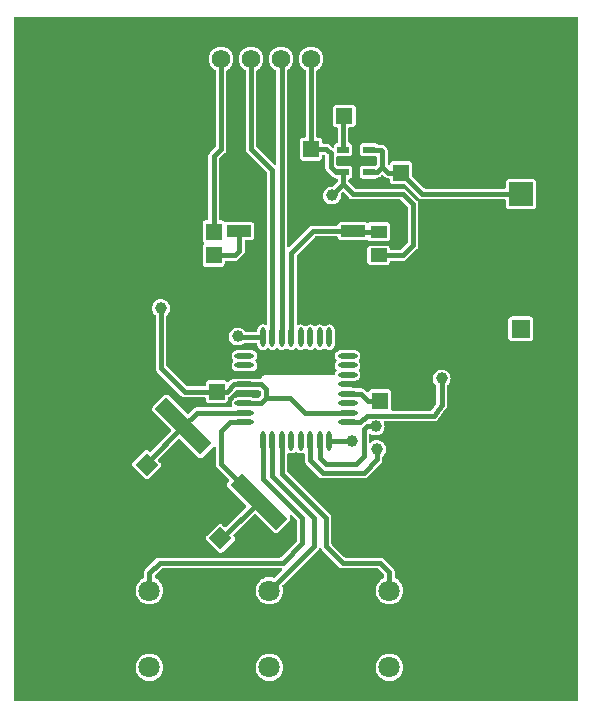
<source format=gtl>
G04 Layer: TopLayer*
G04 EasyEDA v6.5.34, 2023-09-04 11:54:11*
G04 81153b16d9204a1fb18c57ec6b78e56b,7e63b50fb6014f29bd7207b67e5f40bc,10*
G04 Gerber Generator version 0.2*
G04 Scale: 100 percent, Rotated: No, Reflected: No *
G04 Dimensions in millimeters *
G04 leading zeros omitted , absolute positions ,4 integer and 5 decimal *
%FSLAX45Y45*%
%MOMM*%

%AMMACRO1*21,1,$1,$2,0,0,$3*%
%ADD10C,0.4000*%
%ADD11MACRO1,1.35X1.41X0.0000*%
%ADD12R,1.3500X1.4100*%
%ADD13MACRO1,1.35X1.41X-90.0000*%
%ADD14R,1.0000X0.6000*%
%ADD15MACRO1,1.35X1.41X-135.0000*%
%ADD16MACRO1,1.35X1.41X45.0000*%
%ADD17R,2.0000X1.0000*%
%ADD18MACRO1,1.377X1.1325X0.0000*%
%ADD19R,1.3770X1.1325*%
%ADD20O,0.4500118X1.6500094*%
%ADD21O,1.6500094X0.4500118*%
%ADD22MACRO1,5.5X1.4X-44.9998*%
%ADD23C,6.5000*%
%ADD24C,1.5748*%
%ADD25R,1.5748X1.5748*%
%ADD26C,1.8000*%
%ADD27R,2.0000X2.0000*%
%ADD28C,2.0000*%
%ADD29C,1.0000*%
%ADD30C,0.0127*%

%LPD*%
G36*
X4792218Y24434D02*
G01*
X38354Y25908D01*
X34493Y26670D01*
X31191Y28854D01*
X28956Y32156D01*
X28194Y36068D01*
X28194Y5804408D01*
X28956Y5808319D01*
X31191Y5811621D01*
X34493Y5813806D01*
X38354Y5814568D01*
X4792218Y5814568D01*
X4796078Y5813806D01*
X4799380Y5811621D01*
X4801616Y5808319D01*
X4802378Y5804408D01*
X4802378Y34594D01*
X4801616Y30683D01*
X4799380Y27381D01*
X4796078Y25196D01*
G37*

%LPC*%
G36*
X1174242Y192481D02*
G01*
X1188770Y193395D01*
X1203045Y196138D01*
X1216914Y200609D01*
X1230071Y206806D01*
X1242364Y214629D01*
X1253591Y223875D01*
X1263548Y234492D01*
X1272082Y246278D01*
X1279093Y259029D01*
X1284478Y272542D01*
X1288084Y286664D01*
X1289913Y301091D01*
X1289913Y315671D01*
X1288084Y330098D01*
X1284478Y344170D01*
X1279093Y357733D01*
X1272082Y370484D01*
X1263548Y382219D01*
X1253591Y392836D01*
X1242364Y402132D01*
X1230071Y409905D01*
X1216914Y416102D01*
X1203045Y420624D01*
X1188770Y423367D01*
X1174242Y424281D01*
X1159713Y423367D01*
X1145438Y420624D01*
X1131570Y416102D01*
X1118412Y409905D01*
X1106119Y402132D01*
X1094943Y392836D01*
X1084935Y382219D01*
X1076401Y370484D01*
X1069390Y357733D01*
X1064056Y344170D01*
X1060399Y330098D01*
X1058570Y315671D01*
X1058570Y301091D01*
X1060399Y286664D01*
X1064056Y272542D01*
X1069390Y259029D01*
X1076401Y246278D01*
X1084935Y234492D01*
X1094943Y223875D01*
X1106119Y214629D01*
X1118412Y206806D01*
X1131570Y200609D01*
X1145438Y196138D01*
X1159713Y193395D01*
G37*
G36*
X2190242Y192481D02*
G01*
X2204770Y193395D01*
X2219045Y196138D01*
X2232914Y200609D01*
X2246071Y206806D01*
X2258364Y214629D01*
X2269591Y223875D01*
X2279548Y234492D01*
X2288082Y246278D01*
X2295093Y259029D01*
X2300478Y272542D01*
X2304084Y286664D01*
X2305913Y301091D01*
X2305913Y315671D01*
X2304084Y330098D01*
X2300478Y344170D01*
X2295093Y357733D01*
X2288082Y370484D01*
X2279548Y382219D01*
X2269591Y392836D01*
X2258364Y402132D01*
X2246071Y409905D01*
X2232914Y416102D01*
X2219045Y420624D01*
X2204770Y423367D01*
X2190242Y424281D01*
X2175713Y423367D01*
X2161438Y420624D01*
X2147570Y416102D01*
X2134412Y409905D01*
X2122119Y402132D01*
X2110892Y392836D01*
X2100935Y382219D01*
X2092401Y370484D01*
X2085390Y357733D01*
X2080006Y344170D01*
X2076399Y330098D01*
X2074570Y315671D01*
X2074570Y301091D01*
X2076399Y286664D01*
X2080006Y272542D01*
X2085390Y259029D01*
X2092401Y246278D01*
X2100935Y234492D01*
X2110892Y223875D01*
X2122119Y214629D01*
X2134412Y206806D01*
X2147570Y200609D01*
X2161438Y196138D01*
X2175713Y193395D01*
G37*
G36*
X3206242Y192481D02*
G01*
X3220770Y193395D01*
X3235045Y196138D01*
X3248914Y200609D01*
X3262071Y206806D01*
X3274364Y214629D01*
X3285591Y223875D01*
X3295548Y234492D01*
X3304082Y246278D01*
X3311093Y259029D01*
X3316478Y272542D01*
X3320084Y286664D01*
X3321913Y301091D01*
X3321913Y315671D01*
X3320084Y330098D01*
X3316478Y344170D01*
X3311093Y357733D01*
X3304082Y370484D01*
X3295548Y382219D01*
X3285591Y392836D01*
X3274364Y402132D01*
X3262071Y409905D01*
X3248914Y416102D01*
X3235045Y420624D01*
X3220770Y423367D01*
X3206242Y424281D01*
X3191713Y423367D01*
X3177438Y420624D01*
X3163570Y416102D01*
X3150412Y409905D01*
X3138119Y402132D01*
X3126892Y392836D01*
X3116935Y382219D01*
X3108401Y370484D01*
X3101390Y357733D01*
X3096006Y344170D01*
X3092399Y330098D01*
X3090570Y315671D01*
X3090570Y301091D01*
X3092399Y286664D01*
X3096006Y272542D01*
X3101390Y259029D01*
X3108401Y246278D01*
X3116935Y234492D01*
X3126892Y223875D01*
X3138119Y214629D01*
X3150412Y206806D01*
X3163570Y200609D01*
X3177438Y196138D01*
X3191713Y193395D01*
G37*
G36*
X1174242Y842721D02*
G01*
X1188770Y843635D01*
X1203045Y846378D01*
X1216914Y850849D01*
X1230071Y857046D01*
X1242364Y864869D01*
X1253591Y874115D01*
X1263548Y884732D01*
X1272082Y896518D01*
X1279093Y909269D01*
X1284478Y922782D01*
X1288084Y936904D01*
X1289913Y951331D01*
X1289913Y965911D01*
X1288084Y980338D01*
X1284478Y994410D01*
X1279093Y1007973D01*
X1272082Y1020724D01*
X1263548Y1032459D01*
X1253591Y1043076D01*
X1242364Y1052372D01*
X1230071Y1060145D01*
X1226007Y1062075D01*
X1222908Y1064310D01*
X1220876Y1067562D01*
X1220165Y1071270D01*
X1220165Y1083716D01*
X1220927Y1087628D01*
X1223111Y1090879D01*
X1275638Y1143406D01*
X1278940Y1145590D01*
X1282801Y1146403D01*
X2288540Y1146403D01*
X2292451Y1145590D01*
X2295753Y1143406D01*
X2297938Y1140104D01*
X2298700Y1136243D01*
X2297938Y1132332D01*
X2295753Y1129030D01*
X2237435Y1070711D01*
X2234387Y1068628D01*
X2230780Y1067765D01*
X2227122Y1068222D01*
X2219045Y1070864D01*
X2204770Y1073607D01*
X2190242Y1074521D01*
X2175713Y1073607D01*
X2161438Y1070864D01*
X2147570Y1066342D01*
X2134412Y1060145D01*
X2122119Y1052372D01*
X2110892Y1043076D01*
X2100935Y1032459D01*
X2092401Y1020724D01*
X2085390Y1007973D01*
X2080006Y994410D01*
X2076399Y980338D01*
X2074570Y965911D01*
X2074570Y951331D01*
X2076399Y936904D01*
X2080006Y922782D01*
X2085390Y909269D01*
X2092401Y896518D01*
X2100935Y884732D01*
X2110892Y874115D01*
X2122119Y864869D01*
X2134412Y857046D01*
X2147570Y850849D01*
X2161438Y846378D01*
X2175713Y843635D01*
X2190242Y842721D01*
X2204770Y843635D01*
X2219045Y846378D01*
X2232914Y850849D01*
X2246071Y857046D01*
X2258364Y864869D01*
X2269591Y874115D01*
X2279548Y884732D01*
X2288082Y896518D01*
X2295093Y909269D01*
X2300478Y922782D01*
X2304084Y936904D01*
X2305913Y951331D01*
X2305913Y965911D01*
X2304084Y980338D01*
X2300224Y995019D01*
X2299512Y998880D01*
X2300325Y1002690D01*
X2302510Y1005941D01*
X2601366Y1304899D01*
X2606700Y1311910D01*
X2608427Y1315364D01*
X2610815Y1318514D01*
X2614269Y1320495D01*
X2618232Y1321003D01*
X2622042Y1319936D01*
X2625191Y1317498D01*
X2631440Y1306068D01*
X2637180Y1299210D01*
X2777794Y1158595D01*
X2784856Y1153312D01*
X2792425Y1149502D01*
X2800553Y1147216D01*
X2809443Y1146403D01*
X3103270Y1146403D01*
X3107182Y1145590D01*
X3110433Y1143406D01*
X3157372Y1096518D01*
X3159556Y1093216D01*
X3160318Y1089304D01*
X3160318Y1071270D01*
X3159607Y1067562D01*
X3157575Y1064310D01*
X3154476Y1062075D01*
X3150412Y1060145D01*
X3138119Y1052372D01*
X3126892Y1043076D01*
X3116935Y1032459D01*
X3108401Y1020724D01*
X3101390Y1007973D01*
X3096006Y994410D01*
X3092399Y980338D01*
X3090570Y965911D01*
X3090570Y951331D01*
X3092399Y936904D01*
X3096006Y922782D01*
X3101390Y909269D01*
X3108401Y896518D01*
X3116935Y884732D01*
X3126892Y874115D01*
X3138119Y864869D01*
X3150412Y857046D01*
X3163570Y850849D01*
X3177438Y846378D01*
X3191713Y843635D01*
X3206242Y842721D01*
X3220770Y843635D01*
X3235045Y846378D01*
X3248914Y850849D01*
X3262071Y857046D01*
X3274364Y864869D01*
X3285591Y874115D01*
X3295548Y884732D01*
X3304082Y896518D01*
X3311093Y909269D01*
X3316478Y922782D01*
X3320084Y936904D01*
X3321913Y951331D01*
X3321913Y965911D01*
X3320084Y980338D01*
X3316478Y994410D01*
X3311093Y1007973D01*
X3304082Y1020724D01*
X3295548Y1032459D01*
X3285591Y1043076D01*
X3274364Y1052372D01*
X3262071Y1060145D01*
X3258007Y1062075D01*
X3254908Y1064310D01*
X3252876Y1067562D01*
X3252165Y1071270D01*
X3252114Y1114298D01*
X3250895Y1123035D01*
X3248202Y1131062D01*
X3244088Y1138478D01*
X3238347Y1145336D01*
X3157677Y1225956D01*
X3150616Y1231290D01*
X3143046Y1235049D01*
X3134918Y1237386D01*
X3126028Y1238199D01*
X2832201Y1238199D01*
X2828340Y1238961D01*
X2825038Y1241196D01*
X2718155Y1348028D01*
X2715971Y1351330D01*
X2715209Y1355242D01*
X2715158Y1575054D01*
X2713939Y1583791D01*
X2711246Y1591818D01*
X2707132Y1599234D01*
X2701442Y1606092D01*
X2344267Y1963216D01*
X2342083Y1966518D01*
X2341321Y1970430D01*
X2341321Y2114042D01*
X2342083Y2117852D01*
X2344216Y2121154D01*
X2347468Y2123338D01*
X2351278Y2124202D01*
X2355138Y2123490D01*
X2362047Y2120798D01*
X2370836Y2119172D01*
X2379726Y2119172D01*
X2388514Y2120798D01*
X2396845Y2124049D01*
X2404414Y2128723D01*
X2408428Y2132380D01*
X2411628Y2134362D01*
X2415286Y2135073D01*
X2418943Y2134362D01*
X2422144Y2132380D01*
X2426157Y2128723D01*
X2433726Y2124049D01*
X2442057Y2120798D01*
X2450846Y2119172D01*
X2459736Y2119172D01*
X2468524Y2120798D01*
X2475534Y2123541D01*
X2479395Y2124202D01*
X2483256Y2123389D01*
X2486456Y2121204D01*
X2488641Y2117902D01*
X2489403Y2114092D01*
X2489403Y2061159D01*
X2490622Y2052421D01*
X2493314Y2044395D01*
X2497429Y2036978D01*
X2503170Y2030120D01*
X2612694Y1920595D01*
X2619756Y1915312D01*
X2627325Y1911502D01*
X2635453Y1909216D01*
X2644343Y1908403D01*
X2988564Y1908454D01*
X2997301Y1909622D01*
X3005328Y1912315D01*
X3012694Y1916480D01*
X3019602Y1922170D01*
X3134766Y2037435D01*
X3140100Y2044446D01*
X3143859Y2052015D01*
X3146196Y2060143D01*
X3147009Y2069084D01*
X3147009Y2092553D01*
X3147872Y2096668D01*
X3150412Y2100122D01*
X3155746Y2104898D01*
X3163163Y2113838D01*
X3169107Y2123846D01*
X3173425Y2134616D01*
X3176066Y2145893D01*
X3176981Y2157476D01*
X3176066Y2169109D01*
X3173425Y2180386D01*
X3169107Y2191156D01*
X3163163Y2201164D01*
X3155746Y2210104D01*
X3147060Y2217826D01*
X3137357Y2224176D01*
X3126740Y2228900D01*
X3115513Y2231999D01*
X3103981Y2233320D01*
X3092399Y2232863D01*
X3080969Y2230678D01*
X3070047Y2226716D01*
X3059836Y2221179D01*
X3050184Y2213711D01*
X3046882Y2211425D01*
X3042970Y2210612D01*
X3039059Y2211324D01*
X3035706Y2213508D01*
X3033471Y2216861D01*
X3032709Y2220772D01*
X3032709Y2275078D01*
X3033572Y2279142D01*
X3036011Y2282545D01*
X3039567Y2284679D01*
X3043732Y2285187D01*
X3047695Y2284018D01*
X3057347Y2278786D01*
X3068269Y2274824D01*
X3079699Y2272639D01*
X3091281Y2272182D01*
X3102813Y2273503D01*
X3114040Y2276602D01*
X3124657Y2281326D01*
X3134360Y2287676D01*
X3143046Y2295398D01*
X3150463Y2304338D01*
X3156407Y2314346D01*
X3160725Y2325116D01*
X3163366Y2336393D01*
X3164281Y2347976D01*
X3163366Y2359609D01*
X3160725Y2370886D01*
X3158236Y2377033D01*
X3157524Y2380894D01*
X3158337Y2384755D01*
X3160522Y2388057D01*
X3163824Y2390241D01*
X3167684Y2391003D01*
X3583635Y2391003D01*
X3593337Y2392070D01*
X3601415Y2394559D01*
X3608882Y2398572D01*
X3615486Y2403856D01*
X3621328Y2410612D01*
X3686149Y2501493D01*
X3688892Y2506573D01*
X3689959Y2509062D01*
X3691686Y2514549D01*
X3692296Y2517241D01*
X3693007Y2522931D01*
X3693109Y2689453D01*
X3693972Y2693568D01*
X3696512Y2697022D01*
X3701846Y2701798D01*
X3709263Y2710738D01*
X3715207Y2720746D01*
X3719525Y2731516D01*
X3722166Y2742793D01*
X3723081Y2754376D01*
X3722166Y2766009D01*
X3719525Y2777286D01*
X3715207Y2788056D01*
X3709263Y2798064D01*
X3701846Y2807004D01*
X3693160Y2814726D01*
X3683457Y2821076D01*
X3672840Y2825800D01*
X3661613Y2828899D01*
X3650081Y2830220D01*
X3638499Y2829763D01*
X3627069Y2827578D01*
X3616147Y2823616D01*
X3605936Y2818079D01*
X3596690Y2811068D01*
X3588664Y2802686D01*
X3581958Y2793187D01*
X3576828Y2782773D01*
X3573322Y2771698D01*
X3571544Y2760218D01*
X3571544Y2748584D01*
X3573322Y2737104D01*
X3576828Y2726029D01*
X3581958Y2715615D01*
X3588664Y2706116D01*
X3599434Y2695092D01*
X3600805Y2692298D01*
X3601313Y2689250D01*
X3601313Y2543759D01*
X3600805Y2540660D01*
X3599383Y2537866D01*
X3563112Y2487066D01*
X3560876Y2484780D01*
X3558032Y2483307D01*
X3554831Y2482799D01*
X3229813Y2482799D01*
X3225698Y2483662D01*
X3222244Y2486202D01*
X3220161Y2489860D01*
X3219704Y2494076D01*
X3219907Y2495550D01*
X3219907Y2635402D01*
X3219196Y2641752D01*
X3217265Y2647188D01*
X3214166Y2652115D01*
X3210102Y2656179D01*
X3205175Y2659278D01*
X3199739Y2661158D01*
X3193389Y2661869D01*
X3059531Y2661869D01*
X3053232Y2661158D01*
X3047746Y2659278D01*
X3042869Y2656179D01*
X3038754Y2652115D01*
X3035706Y2647188D01*
X3034741Y2644546D01*
X3032658Y2641041D01*
X3029356Y2638653D01*
X3025394Y2637739D01*
X3021380Y2638450D01*
X3017977Y2640685D01*
X2999486Y2659176D01*
X2992424Y2664460D01*
X2984855Y2668219D01*
X2976727Y2670556D01*
X2967837Y2671368D01*
X2928264Y2671368D01*
X2925470Y2671775D01*
X2921050Y2673045D01*
X2911703Y2673908D01*
X2896108Y2673908D01*
X2892196Y2674670D01*
X2888894Y2676855D01*
X2886710Y2680157D01*
X2885948Y2684068D01*
X2885948Y2726893D01*
X2886710Y2730804D01*
X2888894Y2734106D01*
X2892196Y2736291D01*
X2896108Y2737053D01*
X2911703Y2737053D01*
X2921050Y2737967D01*
X2929636Y2740406D01*
X2937611Y2744368D01*
X2944774Y2749753D01*
X2950768Y2756357D01*
X2955442Y2763926D01*
X2958693Y2772257D01*
X2960319Y2781046D01*
X2960319Y2789936D01*
X2958693Y2798724D01*
X2955442Y2807055D01*
X2950768Y2814624D01*
X2947111Y2818638D01*
X2945130Y2821838D01*
X2944469Y2825496D01*
X2945130Y2829153D01*
X2947111Y2832354D01*
X2950768Y2836316D01*
X2955442Y2843936D01*
X2958693Y2852267D01*
X2960319Y2861005D01*
X2960319Y2869946D01*
X2958693Y2878734D01*
X2955442Y2887065D01*
X2950768Y2894634D01*
X2947111Y2898648D01*
X2945130Y2901797D01*
X2944469Y2905506D01*
X2945130Y2909163D01*
X2947111Y2912313D01*
X2950768Y2916326D01*
X2955442Y2923946D01*
X2958693Y2932226D01*
X2960319Y2941015D01*
X2960319Y2949956D01*
X2958693Y2958744D01*
X2955442Y2967024D01*
X2950768Y2974644D01*
X2944774Y2981248D01*
X2937611Y2986582D01*
X2929636Y2990596D01*
X2921050Y2993034D01*
X2911703Y2993898D01*
X2792628Y2993898D01*
X2783281Y2993034D01*
X2774696Y2990596D01*
X2766720Y2986582D01*
X2759608Y2981248D01*
X2753563Y2974644D01*
X2748889Y2967024D01*
X2745638Y2958744D01*
X2744012Y2949956D01*
X2744012Y2941015D01*
X2745638Y2932226D01*
X2748889Y2923946D01*
X2753563Y2916326D01*
X2757220Y2912313D01*
X2759202Y2909163D01*
X2759862Y2905506D01*
X2759202Y2901797D01*
X2757220Y2898648D01*
X2753563Y2894634D01*
X2748889Y2887065D01*
X2745638Y2878734D01*
X2744012Y2869946D01*
X2744012Y2861005D01*
X2745638Y2852267D01*
X2748889Y2843936D01*
X2753563Y2836316D01*
X2757220Y2832354D01*
X2759202Y2829153D01*
X2759862Y2825496D01*
X2759202Y2821838D01*
X2757220Y2818638D01*
X2753563Y2814624D01*
X2748889Y2807055D01*
X2745638Y2798724D01*
X2743860Y2789072D01*
X2742641Y2785821D01*
X2740355Y2783128D01*
X2737307Y2781401D01*
X2733852Y2780792D01*
X2149398Y2780792D01*
X2143099Y2780080D01*
X2137613Y2778150D01*
X2132736Y2775102D01*
X2128621Y2770987D01*
X2125573Y2766110D01*
X2122525Y2756916D01*
X2120290Y2753969D01*
X2117140Y2752039D01*
X2113534Y2751378D01*
X2054453Y2751378D01*
X2051659Y2751785D01*
X2047290Y2753004D01*
X2037943Y2753918D01*
X1918868Y2753918D01*
X1909521Y2753004D01*
X1905152Y2751785D01*
X1902409Y2751378D01*
X1890420Y2751328D01*
X1881784Y2750159D01*
X1873757Y2747467D01*
X1866392Y2743352D01*
X1859483Y2737612D01*
X1846732Y2724861D01*
X1843735Y2722778D01*
X1840230Y2721914D01*
X1836623Y2722321D01*
X1833372Y2723946D01*
X1829866Y2728315D01*
X1825802Y2732379D01*
X1820875Y2735478D01*
X1815439Y2737358D01*
X1809089Y2738069D01*
X1675231Y2738069D01*
X1668932Y2737358D01*
X1663446Y2735478D01*
X1658569Y2732379D01*
X1654454Y2728315D01*
X1651406Y2723388D01*
X1649475Y2717952D01*
X1648764Y2711602D01*
X1648764Y2697734D01*
X1648002Y2693873D01*
X1645818Y2690571D01*
X1642516Y2688386D01*
X1638604Y2687574D01*
X1495298Y2687574D01*
X1491437Y2688386D01*
X1488135Y2690571D01*
X1321155Y2857500D01*
X1318971Y2860802D01*
X1318209Y2864713D01*
X1318209Y3286353D01*
X1319072Y3290468D01*
X1321612Y3293922D01*
X1326946Y3298698D01*
X1334363Y3307638D01*
X1340307Y3317646D01*
X1344625Y3328415D01*
X1347266Y3339693D01*
X1348181Y3351276D01*
X1347266Y3362909D01*
X1344625Y3374186D01*
X1340307Y3384956D01*
X1334363Y3394964D01*
X1326946Y3403904D01*
X1318260Y3411626D01*
X1308557Y3417976D01*
X1297940Y3422700D01*
X1286713Y3425799D01*
X1275181Y3427120D01*
X1263599Y3426663D01*
X1252169Y3424478D01*
X1241247Y3420516D01*
X1231036Y3414979D01*
X1221790Y3407968D01*
X1213764Y3399586D01*
X1207058Y3390087D01*
X1201928Y3379673D01*
X1198422Y3368598D01*
X1196644Y3357118D01*
X1196644Y3345484D01*
X1198422Y3334004D01*
X1201928Y3322929D01*
X1207058Y3312515D01*
X1213764Y3303015D01*
X1224534Y3291992D01*
X1225905Y3289198D01*
X1226413Y3286150D01*
X1226413Y2839720D01*
X1227632Y2830982D01*
X1230325Y2822956D01*
X1234440Y2815539D01*
X1240180Y2808681D01*
X1440891Y2608021D01*
X1447952Y2602687D01*
X1455521Y2598928D01*
X1463649Y2596591D01*
X1472539Y2595778D01*
X1638604Y2595778D01*
X1642516Y2595016D01*
X1645818Y2592781D01*
X1648002Y2589530D01*
X1648764Y2585618D01*
X1648764Y2571750D01*
X1649475Y2565450D01*
X1651406Y2559964D01*
X1654454Y2555087D01*
X1658569Y2550972D01*
X1663446Y2547924D01*
X1668932Y2545994D01*
X1675231Y2545283D01*
X1809089Y2545283D01*
X1815439Y2545994D01*
X1820875Y2547924D01*
X1825802Y2550972D01*
X1829866Y2555087D01*
X1832965Y2559964D01*
X1834896Y2565450D01*
X1835607Y2571750D01*
X1835607Y2588564D01*
X1836470Y2592628D01*
X1838858Y2596032D01*
X1842465Y2598166D01*
X1846986Y2599740D01*
X1854403Y2603855D01*
X1861312Y2609545D01*
X1906270Y2654554D01*
X1910029Y2656941D01*
X1914398Y2657500D01*
X1918868Y2657094D01*
X2037943Y2657094D01*
X2047290Y2657957D01*
X2051659Y2659176D01*
X2054453Y2659583D01*
X2098090Y2659583D01*
X2101951Y2658821D01*
X2105253Y2656586D01*
X2112416Y2649474D01*
X2114600Y2646172D01*
X2115413Y2642260D01*
X2115413Y2612491D01*
X2114600Y2608630D01*
X2112416Y2605328D01*
X2101443Y2594356D01*
X2098141Y2592171D01*
X2094280Y2591409D01*
X2054453Y2591409D01*
X2051659Y2591765D01*
X2047290Y2593035D01*
X2037943Y2593898D01*
X1918868Y2593898D01*
X1909521Y2593035D01*
X1900936Y2590596D01*
X1892960Y2586583D01*
X1885848Y2581249D01*
X1879803Y2574645D01*
X1875129Y2567025D01*
X1871878Y2558745D01*
X1870252Y2549956D01*
X1870252Y2541016D01*
X1871878Y2532227D01*
X1874621Y2525217D01*
X1875282Y2521356D01*
X1874469Y2517546D01*
X1872234Y2514295D01*
X1868982Y2512161D01*
X1865122Y2511399D01*
X1577136Y2511348D01*
X1568399Y2510129D01*
X1560372Y2507437D01*
X1552956Y2503322D01*
X1546098Y2497632D01*
X1504645Y2456129D01*
X1501343Y2453944D01*
X1497431Y2453182D01*
X1493570Y2453944D01*
X1490268Y2456129D01*
X1335836Y2610561D01*
X1330858Y2614523D01*
X1325676Y2617063D01*
X1320038Y2618333D01*
X1314246Y2618333D01*
X1308608Y2617063D01*
X1303375Y2614523D01*
X1298397Y2610561D01*
X1200200Y2512364D01*
X1196238Y2507386D01*
X1193749Y2502204D01*
X1192479Y2496566D01*
X1192479Y2490774D01*
X1193749Y2485136D01*
X1196238Y2479903D01*
X1200200Y2474925D01*
X1354632Y2320544D01*
X1356817Y2317242D01*
X1357579Y2313330D01*
X1356817Y2309469D01*
X1354632Y2306167D01*
X1185367Y2136902D01*
X1182065Y2134666D01*
X1178153Y2133904D01*
X1174292Y2134666D01*
X1170990Y2136902D01*
X1167384Y2140508D01*
X1162405Y2144471D01*
X1157173Y2146960D01*
X1151534Y2148281D01*
X1145743Y2148281D01*
X1140104Y2146960D01*
X1134922Y2144471D01*
X1129944Y2140508D01*
X1035253Y2045868D01*
X1031290Y2040889D01*
X1028801Y2035657D01*
X1027531Y2030018D01*
X1027531Y2024227D01*
X1028801Y2018588D01*
X1031290Y2013356D01*
X1035253Y2008378D01*
X1134160Y1909521D01*
X1139139Y1905558D01*
X1144371Y1903018D01*
X1150010Y1901748D01*
X1155801Y1901748D01*
X1161440Y1903018D01*
X1166622Y1905558D01*
X1171600Y1909521D01*
X1266291Y2004161D01*
X1270254Y2009139D01*
X1272743Y2014372D01*
X1274013Y2020011D01*
X1274013Y2025802D01*
X1272743Y2031441D01*
X1270254Y2036622D01*
X1266291Y2041601D01*
X1250289Y2057603D01*
X1248105Y2060905D01*
X1247292Y2064766D01*
X1248105Y2068677D01*
X1250289Y2071979D01*
X1419555Y2241245D01*
X1422857Y2243429D01*
X1426718Y2244191D01*
X1430629Y2243429D01*
X1433931Y2241245D01*
X1588312Y2086813D01*
X1593291Y2082850D01*
X1598523Y2080361D01*
X1604162Y2079040D01*
X1609953Y2079040D01*
X1615592Y2080361D01*
X1620774Y2082850D01*
X1625752Y2086813D01*
X1717039Y2178100D01*
X1720342Y2180285D01*
X1724253Y2181098D01*
X1728114Y2180285D01*
X1731416Y2178100D01*
X1733600Y2174798D01*
X1734413Y2170938D01*
X1734413Y2028748D01*
X1735632Y2020011D01*
X1738325Y2011984D01*
X1742439Y2004568D01*
X1748180Y1997710D01*
X1846072Y1899818D01*
X1848256Y1896516D01*
X1849018Y1892604D01*
X1848256Y1888743D01*
X1846072Y1885442D01*
X1836623Y1875993D01*
X1832660Y1871014D01*
X1830120Y1865782D01*
X1828850Y1860143D01*
X1828850Y1854352D01*
X1830120Y1848713D01*
X1832660Y1843532D01*
X1836623Y1838553D01*
X1991004Y1684121D01*
X1993239Y1680819D01*
X1994001Y1676958D01*
X1993239Y1673047D01*
X1991004Y1669745D01*
X1821738Y1500479D01*
X1818436Y1498295D01*
X1814575Y1497533D01*
X1810664Y1498295D01*
X1807362Y1500479D01*
X1791411Y1516481D01*
X1786432Y1520444D01*
X1781200Y1522933D01*
X1775561Y1524254D01*
X1769770Y1524254D01*
X1764131Y1522933D01*
X1758950Y1520444D01*
X1753971Y1516481D01*
X1659280Y1421841D01*
X1655318Y1416862D01*
X1652828Y1411630D01*
X1651558Y1405991D01*
X1651558Y1400200D01*
X1652828Y1394561D01*
X1655318Y1389329D01*
X1659280Y1384350D01*
X1758188Y1285494D01*
X1763166Y1281531D01*
X1768398Y1278991D01*
X1774037Y1277721D01*
X1779828Y1277721D01*
X1785467Y1278991D01*
X1790649Y1281531D01*
X1795627Y1285494D01*
X1890318Y1380134D01*
X1894281Y1385112D01*
X1896770Y1390345D01*
X1898040Y1395984D01*
X1898040Y1401775D01*
X1896770Y1407414D01*
X1894281Y1412595D01*
X1890318Y1417574D01*
X1886661Y1421180D01*
X1884476Y1424482D01*
X1883714Y1428394D01*
X1884476Y1432255D01*
X1886661Y1435557D01*
X2055926Y1604822D01*
X2059228Y1607058D01*
X2063140Y1607820D01*
X2067001Y1607058D01*
X2070303Y1604822D01*
X2224735Y1450441D01*
X2229713Y1446479D01*
X2234895Y1443939D01*
X2240534Y1442669D01*
X2246325Y1442669D01*
X2251964Y1443939D01*
X2257196Y1446479D01*
X2262174Y1450441D01*
X2360371Y1548638D01*
X2364333Y1553616D01*
X2366822Y1558798D01*
X2368092Y1564436D01*
X2368092Y1570228D01*
X2366822Y1575866D01*
X2364333Y1581099D01*
X2362708Y1583131D01*
X2360777Y1587042D01*
X2360676Y1591411D01*
X2362403Y1595424D01*
X2365654Y1598320D01*
X2369820Y1599590D01*
X2374138Y1598980D01*
X2377846Y1596644D01*
X2417216Y1557274D01*
X2419400Y1553972D01*
X2420213Y1550060D01*
X2420213Y1380642D01*
X2419400Y1376730D01*
X2417216Y1373428D01*
X2284933Y1241196D01*
X2281682Y1238961D01*
X2277770Y1238199D01*
X1257808Y1238148D01*
X1249070Y1236929D01*
X1241094Y1234236D01*
X1233678Y1230122D01*
X1226820Y1224432D01*
X1140561Y1138123D01*
X1135227Y1131062D01*
X1131468Y1123492D01*
X1129182Y1115364D01*
X1128318Y1106474D01*
X1128318Y1071270D01*
X1127607Y1067562D01*
X1125575Y1064310D01*
X1122476Y1062075D01*
X1118412Y1060145D01*
X1106119Y1052372D01*
X1094943Y1043076D01*
X1084935Y1032459D01*
X1076401Y1020724D01*
X1069390Y1007973D01*
X1064056Y994410D01*
X1060399Y980338D01*
X1058570Y965911D01*
X1058570Y951331D01*
X1060399Y936904D01*
X1064056Y922782D01*
X1069390Y909269D01*
X1076401Y896518D01*
X1084935Y884732D01*
X1094943Y874115D01*
X1106119Y864869D01*
X1118412Y857046D01*
X1131570Y850849D01*
X1145438Y846378D01*
X1159713Y843635D01*
G37*
G36*
X1918868Y2817063D02*
G01*
X2037943Y2817063D01*
X2047290Y2817926D01*
X2055875Y2820365D01*
X2063851Y2824378D01*
X2071014Y2829763D01*
X2077008Y2836316D01*
X2081682Y2843936D01*
X2084933Y2852267D01*
X2086559Y2861005D01*
X2086559Y2869946D01*
X2084933Y2878734D01*
X2081682Y2887065D01*
X2077008Y2894634D01*
X2073351Y2898648D01*
X2071370Y2901797D01*
X2070709Y2905506D01*
X2071370Y2909163D01*
X2073351Y2912313D01*
X2077008Y2916326D01*
X2081682Y2923946D01*
X2084933Y2932226D01*
X2086559Y2941015D01*
X2086559Y2949956D01*
X2084933Y2958744D01*
X2081682Y2967024D01*
X2077008Y2974644D01*
X2071014Y2981248D01*
X2063851Y2986582D01*
X2055875Y2990596D01*
X2047290Y2993034D01*
X2037943Y2993898D01*
X1918868Y2993898D01*
X1909521Y2993034D01*
X1900936Y2990596D01*
X1892960Y2986582D01*
X1885848Y2981248D01*
X1879803Y2974644D01*
X1875129Y2967024D01*
X1871878Y2958744D01*
X1870252Y2949956D01*
X1870252Y2941015D01*
X1871878Y2932226D01*
X1875129Y2923946D01*
X1879803Y2916326D01*
X1883460Y2912313D01*
X1885442Y2909163D01*
X1886102Y2905506D01*
X1885442Y2901797D01*
X1883460Y2898648D01*
X1879803Y2894634D01*
X1875129Y2887065D01*
X1871878Y2878734D01*
X1870252Y2869946D01*
X1870252Y2861005D01*
X1871878Y2852267D01*
X1875129Y2843936D01*
X1879803Y2836316D01*
X1885848Y2829763D01*
X1892960Y2824378D01*
X1900936Y2820365D01*
X1909521Y2817926D01*
G37*
G36*
X2130806Y2995472D02*
G01*
X2139746Y2995472D01*
X2148535Y2997098D01*
X2156866Y3000349D01*
X2164435Y3005023D01*
X2168448Y3008680D01*
X2171598Y3010662D01*
X2175306Y3011322D01*
X2178964Y3010662D01*
X2182114Y3008680D01*
X2186127Y3005023D01*
X2193747Y3000349D01*
X2202027Y2997098D01*
X2210816Y2995472D01*
X2219756Y2995472D01*
X2228545Y2997098D01*
X2236825Y3000349D01*
X2244445Y3005023D01*
X2248458Y3008680D01*
X2251608Y3010662D01*
X2255266Y3011322D01*
X2258974Y3010662D01*
X2262124Y3008680D01*
X2266137Y3005023D01*
X2273706Y3000349D01*
X2282037Y2997098D01*
X2290826Y2995472D01*
X2299766Y2995472D01*
X2308504Y2997098D01*
X2316835Y3000349D01*
X2324455Y3005023D01*
X2328468Y3008680D01*
X2331618Y3010662D01*
X2335276Y3011322D01*
X2338984Y3010662D01*
X2342134Y3008680D01*
X2346147Y3005023D01*
X2353716Y3000349D01*
X2362047Y2997098D01*
X2370836Y2995472D01*
X2379726Y2995472D01*
X2388514Y2997098D01*
X2396845Y3000349D01*
X2404414Y3005023D01*
X2408428Y3008680D01*
X2411628Y3010662D01*
X2415286Y3011322D01*
X2418943Y3010662D01*
X2422144Y3008680D01*
X2426157Y3005023D01*
X2433726Y3000349D01*
X2442057Y2997098D01*
X2450846Y2995472D01*
X2459736Y2995472D01*
X2468524Y2997098D01*
X2476855Y3000349D01*
X2484424Y3005023D01*
X2488438Y3008680D01*
X2491638Y3010662D01*
X2495296Y3011322D01*
X2498953Y3010662D01*
X2502154Y3008680D01*
X2506167Y3005023D01*
X2513736Y3000349D01*
X2522067Y2997098D01*
X2530805Y2995472D01*
X2539746Y2995472D01*
X2548534Y2997098D01*
X2556865Y3000349D01*
X2564434Y3005023D01*
X2568448Y3008680D01*
X2571597Y3010662D01*
X2575306Y3011322D01*
X2578963Y3010662D01*
X2582113Y3008680D01*
X2586126Y3005023D01*
X2593746Y3000349D01*
X2602077Y2997098D01*
X2610815Y2995472D01*
X2619756Y2995472D01*
X2628544Y2997098D01*
X2636824Y3000349D01*
X2644444Y3005023D01*
X2648458Y3008680D01*
X2651607Y3010662D01*
X2655265Y3011322D01*
X2658973Y3010662D01*
X2662123Y3008680D01*
X2666136Y3005023D01*
X2673756Y3000349D01*
X2682036Y2997098D01*
X2690825Y2995472D01*
X2699766Y2995472D01*
X2708503Y2997098D01*
X2716834Y3000349D01*
X2724454Y3005023D01*
X2731008Y3011068D01*
X2736392Y3018180D01*
X2740406Y3026156D01*
X2742844Y3034741D01*
X2743708Y3044088D01*
X2743708Y3163163D01*
X2742844Y3172510D01*
X2740406Y3181096D01*
X2736392Y3189071D01*
X2731008Y3196234D01*
X2724454Y3202228D01*
X2716834Y3206953D01*
X2708503Y3210153D01*
X2699766Y3211779D01*
X2690825Y3211779D01*
X2682036Y3210153D01*
X2673756Y3206953D01*
X2666136Y3202228D01*
X2662123Y3198571D01*
X2658973Y3196590D01*
X2655265Y3195929D01*
X2651607Y3196590D01*
X2648458Y3198571D01*
X2644444Y3202228D01*
X2636824Y3206953D01*
X2628544Y3210153D01*
X2619756Y3211779D01*
X2610815Y3211779D01*
X2602077Y3210153D01*
X2593746Y3206953D01*
X2586126Y3202228D01*
X2582113Y3198571D01*
X2578963Y3196590D01*
X2575306Y3195929D01*
X2571597Y3196590D01*
X2568448Y3198571D01*
X2564434Y3202228D01*
X2556865Y3206953D01*
X2548534Y3210153D01*
X2539746Y3211779D01*
X2530805Y3211779D01*
X2522067Y3210153D01*
X2513736Y3206953D01*
X2506167Y3202228D01*
X2502154Y3198571D01*
X2498953Y3196590D01*
X2495296Y3195929D01*
X2491638Y3196590D01*
X2488438Y3198571D01*
X2484424Y3202228D01*
X2476855Y3206953D01*
X2468524Y3210153D01*
X2459736Y3211779D01*
X2450846Y3211779D01*
X2442057Y3210153D01*
X2435047Y3207410D01*
X2431186Y3206750D01*
X2427325Y3207562D01*
X2424125Y3209798D01*
X2421940Y3213049D01*
X2421229Y3216910D01*
X2421229Y3796080D01*
X2421991Y3799941D01*
X2424176Y3803243D01*
X2575509Y3954627D01*
X2578811Y3956812D01*
X2582722Y3957574D01*
X2759913Y3957574D01*
X2763520Y3956913D01*
X2766669Y3954983D01*
X2768955Y3952087D01*
X2770073Y3947718D01*
X2772003Y3942283D01*
X2775102Y3937355D01*
X2779166Y3933291D01*
X2784094Y3930192D01*
X2789529Y3928313D01*
X2795879Y3927601D01*
X2994710Y3927601D01*
X3001060Y3928313D01*
X3006496Y3930192D01*
X3008477Y3931462D01*
X3012186Y3932885D01*
X3016148Y3932732D01*
X3019755Y3931107D01*
X3022498Y3928262D01*
X3024733Y3924655D01*
X3028848Y3920591D01*
X3033725Y3917492D01*
X3039211Y3915562D01*
X3045510Y3914851D01*
X3182061Y3914851D01*
X3188411Y3915562D01*
X3193846Y3917492D01*
X3198774Y3920591D01*
X3202838Y3924655D01*
X3205937Y3929583D01*
X3207867Y3935018D01*
X3208578Y3941318D01*
X3208578Y4053433D01*
X3207867Y4059783D01*
X3205937Y4065219D01*
X3202838Y4070146D01*
X3198774Y4074210D01*
X3193846Y4077309D01*
X3188411Y4079240D01*
X3182061Y4079951D01*
X3045510Y4079951D01*
X3039211Y4079240D01*
X3033725Y4077309D01*
X3028848Y4074210D01*
X3027019Y4072432D01*
X3023717Y4070248D01*
X3019856Y4069435D01*
X3015945Y4070248D01*
X3012643Y4072432D01*
X3011424Y4073702D01*
X3006496Y4076801D01*
X3001060Y4078681D01*
X2994710Y4079392D01*
X2795879Y4079392D01*
X2789529Y4078681D01*
X2784094Y4076801D01*
X2779166Y4073702D01*
X2775102Y4069587D01*
X2772003Y4064711D01*
X2768955Y4054906D01*
X2766669Y4051960D01*
X2763520Y4050080D01*
X2759913Y4049420D01*
X2557729Y4049369D01*
X2548991Y4048150D01*
X2540965Y4045458D01*
X2533548Y4041343D01*
X2526690Y4035602D01*
X2358542Y3867454D01*
X2355240Y3865270D01*
X2351379Y3864508D01*
X2347468Y3865270D01*
X2344166Y3867454D01*
X2341981Y3870756D01*
X2341219Y3874668D01*
X2341219Y5363870D01*
X2341727Y5367121D01*
X2343302Y5370017D01*
X2345740Y5372303D01*
X2351989Y5376468D01*
X2362250Y5385511D01*
X2371293Y5395772D01*
X2378913Y5407152D01*
X2384958Y5419445D01*
X2389327Y5432399D01*
X2392019Y5445810D01*
X2392934Y5459476D01*
X2392019Y5473141D01*
X2389327Y5486552D01*
X2384958Y5499506D01*
X2378913Y5511800D01*
X2371293Y5523179D01*
X2362250Y5533440D01*
X2351989Y5542483D01*
X2340610Y5550103D01*
X2328316Y5556148D01*
X2315362Y5560568D01*
X2301951Y5563209D01*
X2288286Y5564124D01*
X2274620Y5563209D01*
X2261209Y5560568D01*
X2248255Y5556148D01*
X2235962Y5550103D01*
X2224582Y5542483D01*
X2214321Y5533440D01*
X2205278Y5523179D01*
X2197658Y5511800D01*
X2191613Y5499506D01*
X2187244Y5486552D01*
X2184552Y5473141D01*
X2183688Y5459476D01*
X2184552Y5445810D01*
X2187244Y5432399D01*
X2191613Y5419445D01*
X2197658Y5407152D01*
X2205278Y5395772D01*
X2214321Y5385511D01*
X2224582Y5376468D01*
X2235962Y5368899D01*
X2243734Y5365038D01*
X2246731Y5362803D01*
X2248712Y5359603D01*
X2249373Y5355945D01*
X2249373Y4571796D01*
X2248611Y4567936D01*
X2246426Y4564634D01*
X2243124Y4562449D01*
X2239213Y4561636D01*
X2235352Y4562449D01*
X2232050Y4564634D01*
X2083155Y4713528D01*
X2080971Y4716830D01*
X2080209Y4720691D01*
X2080209Y5359400D01*
X2080869Y5363057D01*
X2082850Y5366258D01*
X2097989Y5376468D01*
X2108250Y5385511D01*
X2117293Y5395772D01*
X2124913Y5407152D01*
X2130958Y5419445D01*
X2135327Y5432399D01*
X2138019Y5445810D01*
X2138934Y5459476D01*
X2138019Y5473141D01*
X2135327Y5486552D01*
X2130958Y5499506D01*
X2124913Y5511800D01*
X2117293Y5523179D01*
X2108250Y5533440D01*
X2097989Y5542483D01*
X2086610Y5550103D01*
X2074316Y5556148D01*
X2061362Y5560568D01*
X2047951Y5563209D01*
X2034286Y5564124D01*
X2020620Y5563209D01*
X2007209Y5560568D01*
X1994255Y5556148D01*
X1981962Y5550103D01*
X1970582Y5542483D01*
X1960321Y5533440D01*
X1951278Y5523179D01*
X1943658Y5511800D01*
X1937613Y5499506D01*
X1933244Y5486552D01*
X1930552Y5473141D01*
X1929688Y5459476D01*
X1930552Y5445810D01*
X1933244Y5432399D01*
X1937613Y5419445D01*
X1943658Y5407152D01*
X1951278Y5395772D01*
X1960321Y5385511D01*
X1970582Y5376468D01*
X1985721Y5366258D01*
X1987702Y5363108D01*
X1988362Y5359400D01*
X1988413Y4695698D01*
X1989632Y4686960D01*
X1992325Y4678934D01*
X1996439Y4671568D01*
X2002129Y4664710D01*
X2166416Y4500422D01*
X2168601Y4497120D01*
X2169363Y4493260D01*
X2169363Y3216910D01*
X2168601Y3213049D01*
X2166467Y3209798D01*
X2163216Y3207562D01*
X2159406Y3206750D01*
X2155545Y3207410D01*
X2148535Y3210153D01*
X2139746Y3211779D01*
X2130806Y3211779D01*
X2122068Y3210153D01*
X2113737Y3206953D01*
X2106117Y3202228D01*
X2099564Y3196234D01*
X2094179Y3189071D01*
X2090166Y3181096D01*
X2087727Y3172510D01*
X2086864Y3163163D01*
X2086864Y3159709D01*
X2086102Y3155797D01*
X2083917Y3152495D01*
X2080615Y3150311D01*
X2076704Y3149549D01*
X1990242Y3149549D01*
X1985924Y3150514D01*
X1982419Y3153257D01*
X1974646Y3162604D01*
X1965960Y3170326D01*
X1956257Y3176676D01*
X1945639Y3181400D01*
X1934413Y3184499D01*
X1922881Y3185820D01*
X1911299Y3185363D01*
X1899869Y3183178D01*
X1888947Y3179216D01*
X1878736Y3173679D01*
X1869490Y3166668D01*
X1861464Y3158286D01*
X1854758Y3148787D01*
X1849628Y3138373D01*
X1846122Y3127298D01*
X1844344Y3115818D01*
X1844344Y3104184D01*
X1846122Y3092704D01*
X1849628Y3081629D01*
X1854758Y3071215D01*
X1861464Y3061716D01*
X1869490Y3053334D01*
X1878736Y3046323D01*
X1888947Y3040786D01*
X1899869Y3036824D01*
X1911299Y3034639D01*
X1922881Y3034182D01*
X1934413Y3035503D01*
X1945639Y3038602D01*
X1956257Y3043326D01*
X1965960Y3049676D01*
X1972157Y3055162D01*
X1975307Y3057042D01*
X1978914Y3057702D01*
X2076704Y3057702D01*
X2080615Y3056940D01*
X2083917Y3054756D01*
X2086102Y3051454D01*
X2086864Y3047542D01*
X2086864Y3044088D01*
X2087727Y3034741D01*
X2090166Y3026156D01*
X2094179Y3018180D01*
X2099564Y3011068D01*
X2106117Y3005023D01*
X2113737Y3000349D01*
X2122068Y2997098D01*
G37*
G36*
X4239818Y3070352D02*
G01*
X4396181Y3070352D01*
X4402480Y3071063D01*
X4407966Y3072942D01*
X4412843Y3076041D01*
X4416958Y3080156D01*
X4420006Y3085033D01*
X4421936Y3090519D01*
X4422648Y3096818D01*
X4422648Y3253181D01*
X4421936Y3259480D01*
X4420006Y3264966D01*
X4416958Y3269843D01*
X4412843Y3273958D01*
X4407966Y3277006D01*
X4402480Y3278936D01*
X4396181Y3279648D01*
X4239818Y3279648D01*
X4233519Y3278936D01*
X4228033Y3277006D01*
X4223156Y3273958D01*
X4219041Y3269843D01*
X4215942Y3264966D01*
X4214063Y3259480D01*
X4213352Y3253181D01*
X4213352Y3096818D01*
X4214063Y3090519D01*
X4215942Y3085033D01*
X4219041Y3080156D01*
X4223156Y3076041D01*
X4228033Y3072942D01*
X4233519Y3071063D01*
G37*
G36*
X1649882Y3700983D02*
G01*
X1783740Y3700983D01*
X1790039Y3701694D01*
X1795525Y3703624D01*
X1800402Y3706672D01*
X1804517Y3710787D01*
X1807565Y3715664D01*
X1809496Y3721150D01*
X1810207Y3727450D01*
X1810207Y3740404D01*
X1810969Y3744315D01*
X1813204Y3747617D01*
X1816557Y3749801D01*
X1820468Y3750564D01*
X1896516Y3749954D01*
X1904898Y3751072D01*
X1912975Y3753713D01*
X1920392Y3757828D01*
X1925370Y3761740D01*
X1968957Y3805326D01*
X1974291Y3812336D01*
X1978050Y3819906D01*
X1980387Y3828084D01*
X1981200Y3836974D01*
X1981200Y3917442D01*
X1981962Y3921302D01*
X1984197Y3924604D01*
X1987448Y3926789D01*
X1991360Y3927601D01*
X2034743Y3927601D01*
X2041042Y3928313D01*
X2046528Y3930192D01*
X2051405Y3933291D01*
X2055520Y3937355D01*
X2058568Y3942283D01*
X2060498Y3947718D01*
X2061210Y3954068D01*
X2061210Y4052925D01*
X2060498Y4059224D01*
X2058568Y4064711D01*
X2055520Y4069587D01*
X2051405Y4073702D01*
X2046528Y4076801D01*
X2041042Y4078681D01*
X2034743Y4079392D01*
X1835861Y4079392D01*
X1829562Y4078681D01*
X1824075Y4076801D01*
X1821891Y4075429D01*
X1818182Y4074007D01*
X1814220Y4074109D01*
X1810613Y4075734D01*
X1807921Y4078630D01*
X1804517Y4084015D01*
X1800402Y4088079D01*
X1795525Y4091178D01*
X1790039Y4093108D01*
X1783740Y4093819D01*
X1772869Y4093819D01*
X1768957Y4094581D01*
X1765655Y4096765D01*
X1763471Y4100068D01*
X1762709Y4103979D01*
X1762709Y4610760D01*
X1763471Y4614672D01*
X1765655Y4617974D01*
X1813966Y4666284D01*
X1819300Y4673346D01*
X1823059Y4680915D01*
X1825345Y4689043D01*
X1826209Y4697933D01*
X1826209Y5359400D01*
X1826869Y5363057D01*
X1828850Y5366258D01*
X1843989Y5376468D01*
X1854250Y5385511D01*
X1863293Y5395772D01*
X1870913Y5407152D01*
X1876958Y5419445D01*
X1881327Y5432399D01*
X1884019Y5445810D01*
X1884934Y5459476D01*
X1884019Y5473141D01*
X1881327Y5486552D01*
X1876958Y5499506D01*
X1870913Y5511800D01*
X1863293Y5523179D01*
X1854250Y5533440D01*
X1843989Y5542483D01*
X1832610Y5550103D01*
X1820316Y5556148D01*
X1807362Y5560568D01*
X1793951Y5563209D01*
X1780286Y5564124D01*
X1766620Y5563209D01*
X1753209Y5560568D01*
X1740255Y5556148D01*
X1727962Y5550103D01*
X1716582Y5542483D01*
X1706321Y5533440D01*
X1697278Y5523179D01*
X1689658Y5511800D01*
X1683613Y5499506D01*
X1679244Y5486552D01*
X1676552Y5473141D01*
X1675688Y5459476D01*
X1676552Y5445810D01*
X1679244Y5432399D01*
X1683613Y5419445D01*
X1689658Y5407152D01*
X1697278Y5395772D01*
X1706321Y5385511D01*
X1716582Y5376468D01*
X1731721Y5366258D01*
X1733702Y5363108D01*
X1734362Y5359400D01*
X1734362Y4720691D01*
X1733600Y4716830D01*
X1731416Y4713528D01*
X1683105Y4665167D01*
X1677822Y4658156D01*
X1674012Y4650536D01*
X1671726Y4642408D01*
X1670913Y4633518D01*
X1670913Y4103979D01*
X1670100Y4100068D01*
X1667916Y4096765D01*
X1664614Y4094581D01*
X1660753Y4093819D01*
X1649882Y4093819D01*
X1643532Y4093108D01*
X1638096Y4091178D01*
X1633169Y4088079D01*
X1629105Y4084015D01*
X1626006Y4079087D01*
X1624076Y4073651D01*
X1623364Y4067301D01*
X1623364Y3927449D01*
X1624076Y3921150D01*
X1626006Y3915664D01*
X1629105Y3910787D01*
X1633169Y3906672D01*
X1637233Y3903167D01*
X1638858Y3899408D01*
X1638858Y3895344D01*
X1637233Y3891584D01*
X1633169Y3888079D01*
X1629105Y3884015D01*
X1626006Y3879087D01*
X1624076Y3873652D01*
X1623364Y3867302D01*
X1623364Y3727450D01*
X1624076Y3721150D01*
X1626006Y3715664D01*
X1629105Y3710787D01*
X1633169Y3706672D01*
X1638096Y3703624D01*
X1643532Y3701694D01*
G37*
G36*
X3045510Y3714851D02*
G01*
X3182061Y3714851D01*
X3188411Y3715562D01*
X3193846Y3717493D01*
X3198774Y3720541D01*
X3202838Y3724656D01*
X3205937Y3729532D01*
X3207867Y3735019D01*
X3208578Y3741623D01*
X3209645Y3745128D01*
X3211931Y3748074D01*
X3215132Y3749954D01*
X3218738Y3750614D01*
X3318916Y3749954D01*
X3327298Y3751072D01*
X3335375Y3753713D01*
X3342792Y3757828D01*
X3347821Y3761790D01*
X3439566Y3853535D01*
X3444900Y3860546D01*
X3448659Y3868115D01*
X3450996Y3876243D01*
X3451809Y3885184D01*
X3451758Y4229354D01*
X3450539Y4238091D01*
X3447846Y4246118D01*
X3443732Y4253534D01*
X3438042Y4260392D01*
X3348177Y4350156D01*
X3341115Y4355490D01*
X3333546Y4359249D01*
X3325418Y4361586D01*
X3316528Y4362399D01*
X2921101Y4362399D01*
X2917240Y4363161D01*
X2913938Y4365396D01*
X2862173Y4417110D01*
X2859989Y4420412D01*
X2859227Y4424324D01*
X2859227Y4435500D01*
X2859887Y4439107D01*
X2861818Y4442256D01*
X2864713Y4444542D01*
X2869031Y4445711D01*
X2874518Y4447590D01*
X2879394Y4450689D01*
X2883509Y4454804D01*
X2886557Y4459681D01*
X2888488Y4465116D01*
X2889199Y4471466D01*
X2889199Y4530344D01*
X2888488Y4536643D01*
X2886557Y4542129D01*
X2883509Y4547006D01*
X2879394Y4551121D01*
X2874518Y4554169D01*
X2869031Y4556099D01*
X2862732Y4556810D01*
X2764840Y4556810D01*
X2760929Y4557572D01*
X2757627Y4559757D01*
X2756255Y4561128D01*
X2754071Y4564430D01*
X2753309Y4568342D01*
X2753309Y4624832D01*
X2754071Y4628692D01*
X2756255Y4631994D01*
X2759557Y4634230D01*
X2763469Y4634992D01*
X2862732Y4634992D01*
X2869031Y4635703D01*
X2874518Y4637582D01*
X2879394Y4640681D01*
X2883509Y4644796D01*
X2886557Y4649673D01*
X2888488Y4655159D01*
X2889199Y4661458D01*
X2889199Y4720336D01*
X2888488Y4726635D01*
X2886557Y4732121D01*
X2883509Y4736998D01*
X2879394Y4741113D01*
X2874518Y4744161D01*
X2864713Y4747260D01*
X2861767Y4749495D01*
X2859887Y4752644D01*
X2859176Y4756251D01*
X2859176Y4873345D01*
X2859989Y4877206D01*
X2862173Y4880508D01*
X2865475Y4882692D01*
X2869336Y4883505D01*
X2893212Y4883505D01*
X2899562Y4884216D01*
X2904998Y4886096D01*
X2909925Y4889195D01*
X2913989Y4893259D01*
X2917088Y4898186D01*
X2918968Y4903622D01*
X2919679Y4909972D01*
X2919679Y5043830D01*
X2918968Y5050129D01*
X2917088Y5055616D01*
X2913989Y5060492D01*
X2909925Y5064607D01*
X2904998Y5067655D01*
X2899562Y5069586D01*
X2893212Y5070297D01*
X2753360Y5070297D01*
X2747060Y5069586D01*
X2741574Y5067655D01*
X2736697Y5064607D01*
X2732582Y5060492D01*
X2729484Y5055616D01*
X2727604Y5050129D01*
X2726893Y5043830D01*
X2726893Y4909972D01*
X2727604Y4903622D01*
X2729484Y4898186D01*
X2732582Y4893259D01*
X2736697Y4889195D01*
X2741574Y4886096D01*
X2747060Y4884216D01*
X2753360Y4883505D01*
X2757220Y4883505D01*
X2761081Y4882692D01*
X2764383Y4880508D01*
X2766618Y4877206D01*
X2767380Y4873345D01*
X2767380Y4756251D01*
X2766720Y4752644D01*
X2764790Y4749495D01*
X2761894Y4747260D01*
X2757525Y4746091D01*
X2752090Y4744161D01*
X2747162Y4741113D01*
X2743098Y4736998D01*
X2739999Y4732121D01*
X2738069Y4726635D01*
X2737358Y4718862D01*
X2736596Y4714951D01*
X2734411Y4711649D01*
X2731109Y4709464D01*
X2727198Y4708702D01*
X2723337Y4709464D01*
X2720035Y4711649D01*
X2699918Y4731664D01*
X2695092Y4735423D01*
X2693111Y4736693D01*
X2687675Y4739538D01*
X2685491Y4740402D01*
X2679649Y4742180D01*
X2677312Y4742688D01*
X2671267Y4743348D01*
X2645968Y4743094D01*
X2642057Y4743856D01*
X2638704Y4746040D01*
X2636469Y4749342D01*
X2635707Y4753254D01*
X2635707Y4765802D01*
X2634996Y4772152D01*
X2633065Y4777587D01*
X2630017Y4782515D01*
X2625902Y4786579D01*
X2621026Y4789678D01*
X2615539Y4791608D01*
X2609240Y4792319D01*
X2598369Y4792319D01*
X2594457Y4793081D01*
X2591155Y4795266D01*
X2588971Y4798568D01*
X2588209Y4802479D01*
X2588209Y5359400D01*
X2588869Y5363057D01*
X2590850Y5366258D01*
X2605989Y5376468D01*
X2616250Y5385511D01*
X2625293Y5395772D01*
X2632913Y5407152D01*
X2638958Y5419445D01*
X2643327Y5432399D01*
X2646019Y5445810D01*
X2646934Y5459476D01*
X2646019Y5473141D01*
X2643327Y5486552D01*
X2638958Y5499506D01*
X2632913Y5511800D01*
X2625293Y5523179D01*
X2616250Y5533440D01*
X2605989Y5542483D01*
X2594610Y5550103D01*
X2582316Y5556148D01*
X2569362Y5560568D01*
X2555951Y5563209D01*
X2542286Y5564124D01*
X2528620Y5563209D01*
X2515209Y5560568D01*
X2502255Y5556148D01*
X2489962Y5550103D01*
X2478582Y5542483D01*
X2468321Y5533440D01*
X2459278Y5523179D01*
X2451658Y5511800D01*
X2445613Y5499506D01*
X2441244Y5486552D01*
X2438552Y5473141D01*
X2437688Y5459476D01*
X2438552Y5445810D01*
X2441244Y5432399D01*
X2445613Y5419445D01*
X2451658Y5407152D01*
X2459278Y5395772D01*
X2468321Y5385511D01*
X2478582Y5376468D01*
X2493721Y5366258D01*
X2495702Y5363108D01*
X2496362Y5359400D01*
X2496362Y4802479D01*
X2495600Y4798568D01*
X2493416Y4795266D01*
X2490114Y4793081D01*
X2486202Y4792319D01*
X2475382Y4792319D01*
X2469032Y4791608D01*
X2463596Y4789678D01*
X2458669Y4786579D01*
X2454605Y4782515D01*
X2451506Y4777587D01*
X2449576Y4772152D01*
X2448864Y4765802D01*
X2448864Y4625949D01*
X2449576Y4619650D01*
X2451506Y4614164D01*
X2454605Y4609287D01*
X2458669Y4605172D01*
X2463596Y4602124D01*
X2469032Y4600194D01*
X2475382Y4599482D01*
X2609240Y4599482D01*
X2615539Y4600194D01*
X2621026Y4602124D01*
X2625902Y4605172D01*
X2630017Y4609287D01*
X2633065Y4614164D01*
X2634996Y4619650D01*
X2635707Y4625949D01*
X2635707Y4641138D01*
X2636469Y4644999D01*
X2638653Y4648250D01*
X2641904Y4650486D01*
X2646222Y4651298D01*
X2650185Y4650536D01*
X2653538Y4648301D01*
X2658516Y4643323D01*
X2660700Y4640021D01*
X2661513Y4636160D01*
X2661513Y4543298D01*
X2662732Y4534611D01*
X2665425Y4526584D01*
X2669540Y4519168D01*
X2675280Y4512310D01*
X2720390Y4467199D01*
X2727553Y4461814D01*
X2732938Y4458970D01*
X2739593Y4456734D01*
X2743555Y4454296D01*
X2747162Y4450689D01*
X2752090Y4447590D01*
X2761894Y4444542D01*
X2764790Y4442256D01*
X2766720Y4439107D01*
X2767380Y4435500D01*
X2767380Y4424273D01*
X2766618Y4420412D01*
X2764434Y4417110D01*
X2729890Y4382617D01*
X2726791Y4380484D01*
X2723134Y4379620D01*
X2711399Y4379163D01*
X2699969Y4376978D01*
X2689047Y4373016D01*
X2678836Y4367479D01*
X2669590Y4360468D01*
X2661564Y4352086D01*
X2654858Y4342587D01*
X2649728Y4332173D01*
X2646222Y4321098D01*
X2644444Y4309618D01*
X2644444Y4297984D01*
X2646222Y4286504D01*
X2649728Y4275429D01*
X2654858Y4265015D01*
X2661564Y4255516D01*
X2669590Y4247134D01*
X2678836Y4240123D01*
X2689047Y4234586D01*
X2699969Y4230624D01*
X2711399Y4228439D01*
X2722981Y4227982D01*
X2734513Y4229303D01*
X2745740Y4232402D01*
X2756357Y4237126D01*
X2766060Y4243476D01*
X2774746Y4251198D01*
X2782163Y4260138D01*
X2788107Y4270146D01*
X2792425Y4280916D01*
X2795066Y4292193D01*
X2795981Y4303776D01*
X2795270Y4313072D01*
X2795828Y4317390D01*
X2798216Y4321048D01*
X2806141Y4328972D01*
X2809443Y4331157D01*
X2813304Y4331919D01*
X2817215Y4331157D01*
X2820517Y4328972D01*
X2866694Y4282795D01*
X2873756Y4277512D01*
X2881325Y4273702D01*
X2889453Y4271416D01*
X2898343Y4270603D01*
X3293770Y4270603D01*
X3297682Y4269790D01*
X3300933Y4267606D01*
X3357016Y4211574D01*
X3359200Y4208272D01*
X3360013Y4204360D01*
X3360013Y3907942D01*
X3359200Y3904030D01*
X3357016Y3900728D01*
X3301136Y3844848D01*
X3297783Y3842613D01*
X3293872Y3841851D01*
X3218637Y3842461D01*
X3214979Y3843121D01*
X3211830Y3845102D01*
X3209645Y3848049D01*
X3208578Y3851656D01*
X3207816Y3859834D01*
X3205937Y3865219D01*
X3202838Y3870147D01*
X3198774Y3874211D01*
X3193846Y3877310D01*
X3188411Y3879189D01*
X3182061Y3879900D01*
X3045510Y3879900D01*
X3039211Y3879189D01*
X3033725Y3877310D01*
X3028848Y3874211D01*
X3024733Y3870147D01*
X3021685Y3865219D01*
X3019755Y3859784D01*
X3019044Y3853434D01*
X3019044Y3741318D01*
X3019755Y3735019D01*
X3021685Y3729532D01*
X3024733Y3724656D01*
X3028848Y3720541D01*
X3033725Y3717493D01*
X3039211Y3715562D01*
G37*
G36*
X4220870Y4190593D02*
G01*
X4419701Y4190593D01*
X4426051Y4191304D01*
X4431487Y4193184D01*
X4436414Y4196283D01*
X4440478Y4200398D01*
X4443577Y4205274D01*
X4445508Y4210710D01*
X4446219Y4217060D01*
X4446219Y4415891D01*
X4445508Y4422241D01*
X4443577Y4427677D01*
X4440478Y4432604D01*
X4436414Y4436668D01*
X4431487Y4439767D01*
X4426051Y4441698D01*
X4419701Y4442409D01*
X4220870Y4442409D01*
X4214520Y4441698D01*
X4209084Y4439767D01*
X4204157Y4436668D01*
X4200093Y4432604D01*
X4196994Y4427677D01*
X4195114Y4422241D01*
X4194403Y4415891D01*
X4194403Y4372559D01*
X4193590Y4368698D01*
X4191406Y4365396D01*
X4188104Y4363161D01*
X4184243Y4362399D01*
X3506927Y4362399D01*
X3503015Y4363161D01*
X3499713Y4365396D01*
X3400653Y4464456D01*
X3398469Y4467707D01*
X3397707Y4471619D01*
X3397707Y4565802D01*
X3396996Y4572152D01*
X3395065Y4577588D01*
X3392017Y4582515D01*
X3387902Y4586579D01*
X3383026Y4589678D01*
X3377539Y4591608D01*
X3371240Y4592320D01*
X3237382Y4592320D01*
X3231032Y4591608D01*
X3225596Y4589678D01*
X3220669Y4586579D01*
X3216605Y4582515D01*
X3213506Y4577588D01*
X3211576Y4572152D01*
X3210052Y4566818D01*
X3207054Y4563668D01*
X3202990Y4562043D01*
X3198622Y4562297D01*
X3194761Y4564329D01*
X3192119Y4567834D01*
X3191205Y4572050D01*
X3191205Y4678375D01*
X3190087Y4688382D01*
X3187496Y4696460D01*
X3183432Y4703876D01*
X3177844Y4710836D01*
X3167278Y4721606D01*
X3160420Y4727041D01*
X3152902Y4731004D01*
X3144824Y4733493D01*
X3135934Y4734509D01*
X3109366Y4735118D01*
X3105607Y4735931D01*
X3102406Y4738065D01*
X3099409Y4741113D01*
X3094532Y4744161D01*
X3089046Y4746091D01*
X3082747Y4746802D01*
X2983890Y4746802D01*
X2977540Y4746091D01*
X2972104Y4744161D01*
X2967177Y4741113D01*
X2963113Y4736998D01*
X2960014Y4732121D01*
X2958084Y4726635D01*
X2957372Y4720336D01*
X2957372Y4661458D01*
X2958084Y4655108D01*
X2960014Y4649673D01*
X2963113Y4644796D01*
X2967177Y4640681D01*
X2972104Y4637582D01*
X2977540Y4635703D01*
X2983890Y4634992D01*
X3082747Y4634992D01*
X3088081Y4635601D01*
X3092297Y4635144D01*
X3096006Y4633061D01*
X3098495Y4629658D01*
X3099409Y4625492D01*
X3099409Y4571593D01*
X3098596Y4567732D01*
X3096412Y4564430D01*
X3091637Y4559655D01*
X3089198Y4557877D01*
X3086354Y4556861D01*
X2983890Y4556810D01*
X2977540Y4556099D01*
X2972104Y4554169D01*
X2967177Y4551121D01*
X2963113Y4547006D01*
X2960014Y4542129D01*
X2958084Y4536643D01*
X2957372Y4530344D01*
X2957372Y4471466D01*
X2958084Y4465167D01*
X2960014Y4459681D01*
X2963113Y4454804D01*
X2967177Y4450689D01*
X2972104Y4447590D01*
X2977540Y4445711D01*
X2983890Y4445000D01*
X3082747Y4445000D01*
X3089046Y4445711D01*
X3094532Y4447590D01*
X3099409Y4450689D01*
X3102000Y4453280D01*
X3104591Y4455160D01*
X3116326Y4458919D01*
X3123692Y4463034D01*
X3130600Y4468774D01*
X3138119Y4476292D01*
X3141421Y4478477D01*
X3145282Y4479239D01*
X3149142Y4478477D01*
X3152444Y4476292D01*
X3166719Y4462170D01*
X3173628Y4456887D01*
X3181248Y4453128D01*
X3189478Y4450791D01*
X3195828Y4450029D01*
X3200857Y4449978D01*
X3204667Y4449165D01*
X3207969Y4446981D01*
X3210102Y4443679D01*
X3210864Y4439818D01*
X3210864Y4425950D01*
X3211576Y4419650D01*
X3213506Y4414164D01*
X3216605Y4409287D01*
X3220669Y4405172D01*
X3225596Y4402124D01*
X3231032Y4400194D01*
X3237382Y4399483D01*
X3331565Y4399483D01*
X3335477Y4398721D01*
X3338779Y4396486D01*
X3452520Y4282795D01*
X3459530Y4277512D01*
X3467150Y4273702D01*
X3475278Y4271416D01*
X3484168Y4270603D01*
X4184243Y4270603D01*
X4188104Y4269790D01*
X4191406Y4267606D01*
X4193590Y4264304D01*
X4194403Y4260443D01*
X4194403Y4217060D01*
X4195114Y4210710D01*
X4196994Y4205274D01*
X4200093Y4200398D01*
X4204157Y4196283D01*
X4209084Y4193184D01*
X4214520Y4191304D01*
G37*

%LPD*%
D10*
X2161286Y2589276D02*
G01*
X2363724Y2589276D01*
X2487422Y2465578D01*
X2852165Y2465578D01*
X1978406Y2545486D02*
G01*
X2117491Y2545486D01*
X2161296Y2589288D01*
X2161296Y2665498D01*
X2121298Y2705486D01*
X1978411Y2705486D01*
X3304296Y4495893D02*
G01*
X3483696Y4316493D01*
X4320296Y4316493D01*
X2852168Y2705503D02*
G01*
X3066493Y2705503D01*
X3126483Y2765493D01*
X1462095Y2348694D02*
G01*
X1578894Y2465494D01*
X1978398Y2465494D01*
X2098489Y1712300D02*
G01*
X1787192Y1401000D01*
X1774789Y1401000D01*
X1462095Y2348694D02*
G01*
X1150777Y2037377D01*
X1150777Y2024999D01*
X1978398Y2385461D02*
G01*
X1856483Y2386093D01*
X1780296Y2309906D01*
X1780296Y2030493D01*
X1780296Y2030493D02*
G01*
X2098489Y1712300D01*
X1978398Y2785485D02*
G01*
X1798391Y2785485D01*
X1742183Y2841693D01*
X1716796Y3797399D02*
G01*
X1894596Y3795793D01*
X1935289Y3836487D01*
X1935289Y4003489D01*
X2895279Y4003489D02*
G01*
X2901381Y3997388D01*
X3113808Y3997388D01*
X2823296Y4976893D02*
G01*
X2813286Y4966886D01*
X2813286Y4690889D01*
X2542296Y4695893D02*
G01*
X2669296Y4697481D01*
X2707396Y4659381D01*
X2707396Y4545093D01*
X2751597Y4500897D01*
X2813286Y4500897D01*
X2542283Y5459481D02*
G01*
X2542296Y4695893D01*
X1780283Y5459481D02*
G01*
X1780283Y4697481D01*
X1716796Y4633993D01*
X1716796Y3997401D01*
X2034283Y5459481D02*
G01*
X2034283Y4697481D01*
X2215283Y4516480D01*
X2215283Y3103648D01*
X2288283Y5459481D02*
G01*
X2295304Y5452468D01*
X2295304Y3103631D01*
X2190241Y958613D02*
G01*
X2567696Y1336067D01*
X2567696Y1573293D01*
X2215283Y1925706D01*
X2215283Y2227318D01*
X2295403Y2227343D02*
G01*
X2295403Y1947181D01*
X2669296Y1573293D01*
X2669296Y1331993D01*
X2808996Y1192293D01*
X3126496Y1192293D01*
X3206241Y1112553D01*
X3206241Y958621D01*
X3126496Y2765501D02*
G01*
X3126496Y2944893D01*
X2813286Y4500897D02*
G01*
X2813311Y4401078D01*
X2897896Y4316493D01*
X3316996Y4316493D01*
X3405896Y4227593D01*
X3405896Y3884693D01*
X3316996Y3795793D01*
X3113796Y3797320D01*
X2813311Y4401078D02*
G01*
X2720096Y4307855D01*
X2720096Y4303793D01*
X2375298Y3103631D02*
G01*
X2375298Y3819296D01*
X2559486Y4003489D01*
X2895279Y4003489D01*
X2695303Y2227318D02*
G01*
X2701678Y2233693D01*
X2885196Y2220993D02*
G01*
X2701554Y2220993D01*
X2695204Y2227343D01*
X2615283Y2227338D02*
G01*
X2615283Y2084494D01*
X2669296Y2030488D01*
X2923296Y2030488D01*
X2986796Y2093993D01*
X2986796Y2322593D01*
X3012196Y2347993D01*
X3088396Y2347993D01*
X2535288Y2227338D02*
G01*
X2535288Y2062901D01*
X2643896Y1954293D01*
X2986796Y1954293D01*
X3101096Y2068593D01*
X3101096Y2157493D01*
X2852168Y2385479D02*
G01*
X2960789Y2385479D01*
X3012196Y2436893D01*
X3583696Y2436893D01*
X3647196Y2525793D01*
X3647196Y2754393D01*
X1919996Y3109993D02*
G01*
X1926358Y3103631D01*
X2135276Y3103631D01*
X3033306Y4500897D02*
G01*
X3097796Y4500897D01*
X3145297Y4548393D01*
X3145297Y4678443D01*
X3135388Y4688601D01*
X3033280Y4690889D01*
X3145297Y4548393D02*
G01*
X3197796Y4495893D01*
X3304296Y4495893D01*
X1272296Y3351293D02*
G01*
X1272296Y2841482D01*
X1472092Y2641686D01*
X1742183Y2641686D01*
X1174242Y958613D02*
G01*
X1174242Y1106939D01*
X1259596Y1192293D01*
X2300996Y1192293D01*
X2466096Y1357393D01*
X2466096Y1573293D01*
X2135276Y1904113D01*
X2135276Y2227338D01*
X1978398Y2705491D02*
G01*
X1892289Y2705491D01*
X1828492Y2641693D01*
X1742183Y2641693D01*
X2852168Y2625470D02*
G01*
X2968304Y2625470D01*
X3028281Y2565493D01*
X3126483Y2565493D01*
D11*
G01*
X2542296Y4695896D03*
D12*
G01*
X2542286Y4495901D03*
D11*
G01*
X3304293Y4695896D03*
D12*
G01*
X3304286Y4495901D03*
D13*
G01*
X2823293Y4976893D03*
G01*
X3023298Y4976893D03*
D14*
G01*
X3033318Y4595901D03*
G01*
X3033318Y4690871D03*
G01*
X3033293Y4500905D03*
G01*
X2813304Y4690897D03*
G01*
X2813304Y4500879D03*
D11*
G01*
X1716796Y3797391D03*
D12*
G01*
X1716786Y3997401D03*
D11*
G01*
X3126483Y2765493D03*
D12*
G01*
X3126486Y2565476D03*
D15*
G01*
X1150771Y2025003D03*
G01*
X1292195Y1883578D03*
D16*
G01*
X1774795Y1400978D03*
G01*
X1633371Y1542403D03*
D11*
G01*
X1742184Y2641690D03*
D12*
G01*
X1742186Y2841701D03*
D17*
G01*
X1935302Y4003497D03*
G01*
X2895295Y4003497D03*
G01*
X1935302Y3613480D03*
G01*
X2895295Y3613480D03*
D18*
G01*
X3113796Y3797388D03*
D19*
G01*
X3113786Y3997401D03*
D20*
G01*
X2135276Y3103626D03*
G01*
X2215286Y3103651D03*
G01*
X2295296Y3103626D03*
G01*
X2375306Y3103626D03*
G01*
X2455290Y3103626D03*
G01*
X2535300Y3103626D03*
G01*
X2615285Y3103626D03*
G01*
X2695295Y3103626D03*
D21*
G01*
X2852165Y2945485D03*
G01*
X2852165Y2865501D03*
G01*
X2852165Y2785465D03*
G01*
X2852165Y2705506D03*
G01*
X2852165Y2625470D03*
G01*
X2852165Y2545511D03*
G01*
X2852165Y2465476D03*
G01*
X2852165Y2385491D03*
D20*
G01*
X2695295Y2227326D03*
G01*
X2615285Y2227326D03*
G01*
X2535300Y2227326D03*
G01*
X2455290Y2227326D03*
G01*
X2375281Y2227326D03*
G01*
X2295296Y2227326D03*
G01*
X2215286Y2227326D03*
G01*
X2135276Y2227326D03*
D21*
G01*
X1978406Y2385466D03*
G01*
X1978406Y2465501D03*
G01*
X1978406Y2545486D03*
G01*
X1978406Y2625496D03*
G01*
X1978406Y2705480D03*
G01*
X1978406Y2785490D03*
G01*
X1978406Y2865475D03*
G01*
X1978406Y2945511D03*
D22*
G01*
X1462096Y2348684D03*
G01*
X2098490Y1712290D03*
D23*
G01*
X510286Y506501D03*
G01*
X4320286Y506501D03*
G01*
X4320286Y5332476D03*
G01*
X510286Y5332476D03*
D24*
G01*
X1780286Y5459476D03*
G01*
X2034286Y5459476D03*
G01*
X2288286Y5459476D03*
G01*
X2542286Y5459476D03*
G01*
X2796286Y5459476D03*
D25*
G01*
X3050286Y5459476D03*
G01*
X4318000Y3175000D03*
D26*
G01*
X1174242Y308381D03*
G01*
X1624329Y308381D03*
G01*
X1174242Y958621D03*
G01*
X1624329Y958621D03*
G01*
X2190241Y308381D03*
G01*
X2640329Y308381D03*
G01*
X2190241Y958621D03*
G01*
X2640329Y958621D03*
G01*
X3206241Y308381D03*
G01*
X3656329Y308381D03*
G01*
X3206241Y958621D03*
G01*
X3656329Y958621D03*
D27*
G01*
X4320286Y4316476D03*
D28*
G01*
X4320286Y4570476D03*
D29*
G01*
X3126486Y2944901D03*
G01*
X2720086Y4303801D03*
G01*
X1272286Y3351301D03*
G01*
X3647186Y2754401D03*
G01*
X2885186Y2221001D03*
G01*
X3088386Y2348001D03*
G01*
X3101086Y2157501D03*
G01*
X1919986Y3110001D03*
M02*

</source>
